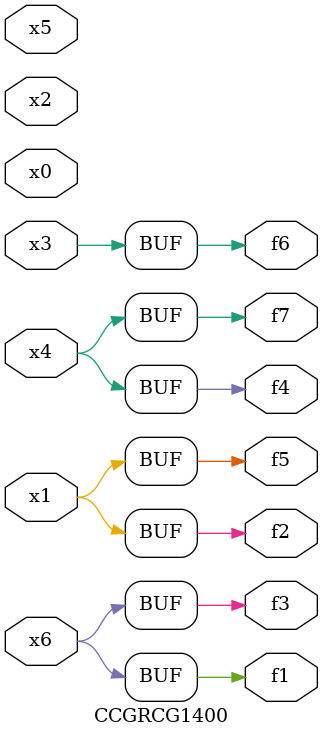
<source format=v>
module CCGRCG1400(
	input x0, x1, x2, x3, x4, x5, x6,
	output f1, f2, f3, f4, f5, f6, f7
);
	assign f1 = x6;
	assign f2 = x1;
	assign f3 = x6;
	assign f4 = x4;
	assign f5 = x1;
	assign f6 = x3;
	assign f7 = x4;
endmodule

</source>
